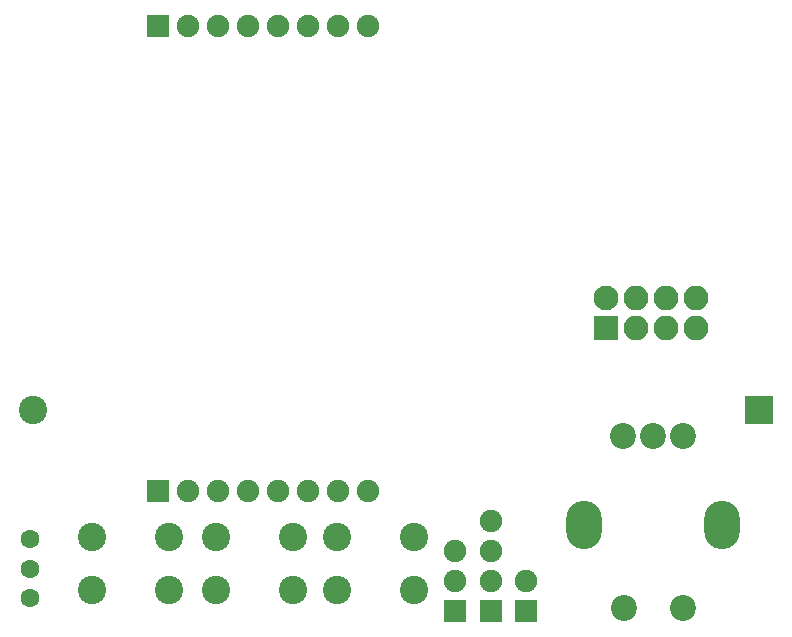
<source format=gbr>
G04 #@! TF.FileFunction,Soldermask,Bot*
%FSLAX46Y46*%
G04 Gerber Fmt 4.6, Leading zero omitted, Abs format (unit mm)*
G04 Created by KiCad (PCBNEW 4.0.2-stable) date 22/10/2018 19:31:19*
%MOMM*%
G01*
G04 APERTURE LIST*
%ADD10C,0.100000*%
%ADD11R,1.924000X1.924000*%
%ADD12O,1.900000X1.900000*%
%ADD13R,1.900000X1.900000*%
%ADD14C,1.900000*%
%ADD15C,1.600000*%
%ADD16C,2.400000*%
%ADD17C,2.200000*%
%ADD18O,3.000000X4.100000*%
%ADD19C,2.100000*%
%ADD20R,2.100000X2.100000*%
%ADD21O,2.100000X2.100000*%
%ADD22R,2.400000X2.400000*%
G04 APERTURE END LIST*
D10*
D11*
X65910000Y-39070000D03*
D12*
X68450000Y-39070000D03*
X70990000Y-39070000D03*
X73530000Y-39070000D03*
X76070000Y-39070000D03*
X78610000Y-39070000D03*
X81150000Y-39070000D03*
X83690000Y-39070000D03*
D13*
X65910000Y-78440000D03*
D14*
X68450000Y-78440000D03*
X70990000Y-78440000D03*
X73530000Y-78440000D03*
X76070000Y-78440000D03*
X78610000Y-78440000D03*
X81150000Y-78440000D03*
X83690000Y-78440000D03*
D15*
X55000000Y-82500000D03*
X55000000Y-85000000D03*
X55000000Y-87500000D03*
D16*
X60300000Y-82300000D03*
X66800000Y-82300000D03*
X60300000Y-86800000D03*
X66800000Y-86800000D03*
X70800000Y-82300000D03*
X77300000Y-82300000D03*
X70800000Y-86800000D03*
X77300000Y-86800000D03*
X81050000Y-82300000D03*
X87550000Y-82300000D03*
X81050000Y-86800000D03*
X87550000Y-86800000D03*
D17*
X107800000Y-73800000D03*
X110350000Y-73800000D03*
X105250000Y-73800000D03*
X110300000Y-88300000D03*
X105300000Y-88300000D03*
D18*
X113650000Y-81300000D03*
X101950000Y-81300000D03*
D19*
X103770000Y-62050000D03*
D20*
X103770000Y-64590000D03*
D21*
X106310000Y-62050000D03*
X106310000Y-64590000D03*
X108850000Y-62050000D03*
X108850000Y-64590000D03*
X111390000Y-62050000D03*
X111390000Y-64590000D03*
D13*
X97050000Y-88550000D03*
D14*
X97050000Y-86010000D03*
D13*
X94050000Y-88550000D03*
D14*
X94050000Y-86010000D03*
X94050000Y-83470000D03*
X94050000Y-80930000D03*
D13*
X91050000Y-88550000D03*
D14*
X91050000Y-86010000D03*
X91050000Y-83470000D03*
D22*
X116800000Y-71550000D03*
D16*
X55300000Y-71550000D03*
M02*

</source>
